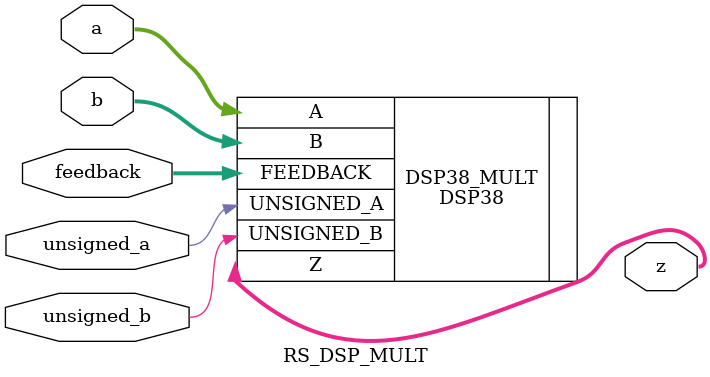
<source format=v>
module RS_DSP_MULT (
    input  wire [19:0] a,
    input  wire [17:0] b,
    output wire [37:0] z,

    input  wire [2:0] feedback,
    input  wire       unsigned_a,
    input  wire       unsigned_b
);

DSP38 #(
    .DSP_MODE("MULTIPY"),
    .OUTPUT_REG_EN("FALSE"),
    .INPUT_REG_EN("FALSE")
) DSP38_MULT (
    .A(a),
    .B(b),
    .Z(z),
    .FEEDBACK(feedback),
    .UNSIGNED_A(unsigned_a),
    .UNSIGNED_B(unsigned_b)
);

endmodule

</source>
